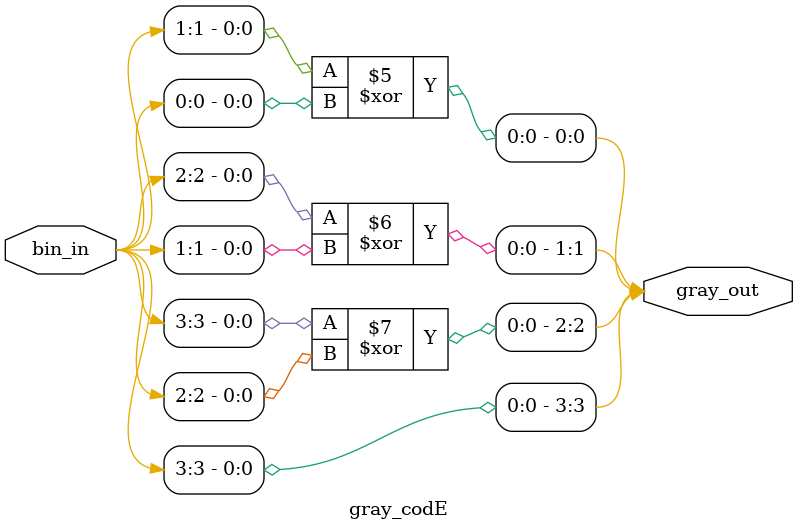
<source format=sv>
`timescale 1ns / 1ps

module gray_codE
  #(
     parameter N = 4
   )

   (
     input logic [N - 1:0] bin_in = '0,
     output logic [N - 1:0] gray_out = '0
   );



  always_comb
  begin
    gray_out[N-1] = bin_in[N-1];
    for(int i = 0; i < N-1; i++)
    begin
      gray_out[i] = bin_in[i + 1] ^ bin_in[i];
      /*
          gray_out[3] = bin_in[3];
          gray_out[2] = bin_in[3] ^bin_in[2];
          gray_out[1] = bin_in[2] ^bin_in[1];
          gray_out[0] = bin_in[1] ^bin_in[0];
      */
    end
  end
endmodule

</source>
